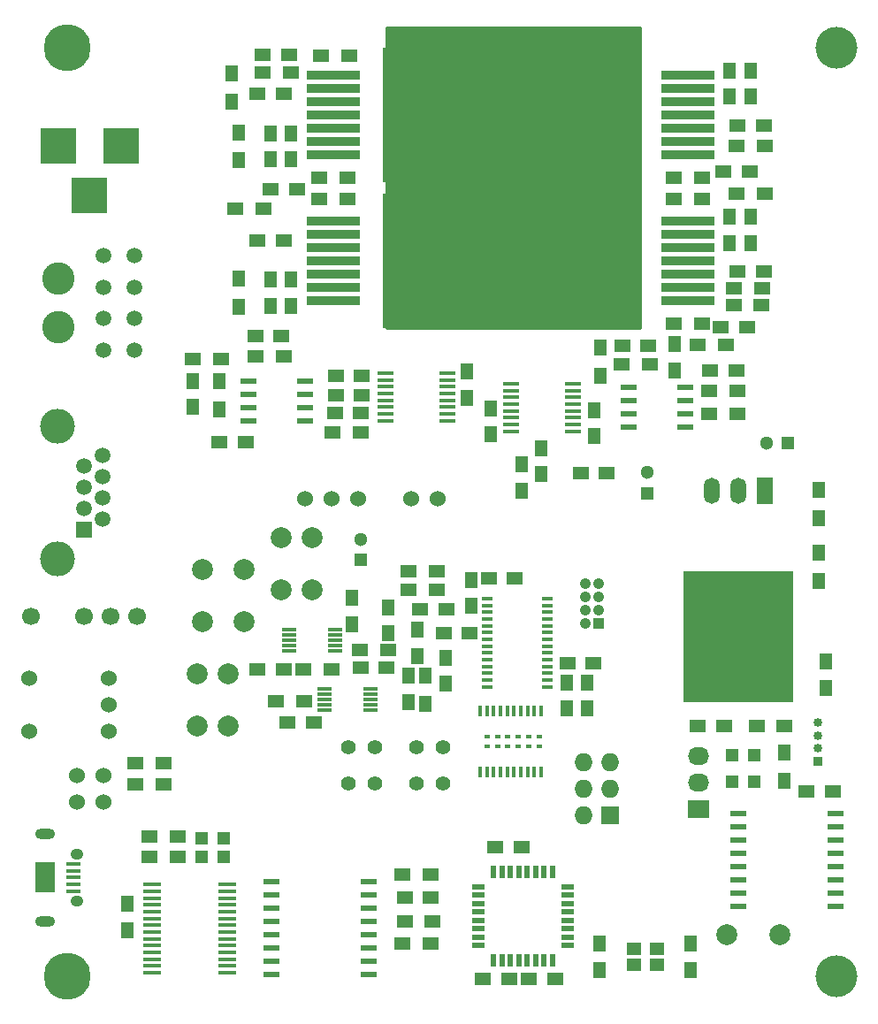
<source format=gts>
G04 #@! TF.FileFunction,Soldermask,Top*
%FSLAX46Y46*%
G04 Gerber Fmt 4.6, Leading zero omitted, Abs format (unit mm)*
G04 Created by KiCad (PCBNEW 4.0.4-stable) date 11/30/16 20:12:39*
%MOMM*%
%LPD*%
G01*
G04 APERTURE LIST*
%ADD10C,0.150000*%
%ADD11R,1.300000X1.300000*%
%ADD12C,1.300000*%
%ADD13R,1.250000X1.500000*%
%ADD14R,11.430000X12.954000*%
%ADD15R,5.080000X0.889000*%
%ADD16R,1.100000X0.400000*%
%ADD17R,1.500000X0.450000*%
%ADD18R,1.500000X1.250000*%
%ADD19R,1.500000X1.300000*%
%ADD20R,1.300000X1.500000*%
%ADD21R,1.400000X0.300000*%
%ADD22R,3.500120X3.500120*%
%ADD23C,1.524000*%
%ADD24R,1.198880X1.198880*%
%ADD25R,0.600000X1.200000*%
%ADD26R,1.200000X0.600000*%
%ADD27R,1.727200X1.727200*%
%ADD28O,1.727200X1.727200*%
%ADD29R,1.500000X0.600000*%
%ADD30R,1.750000X0.450000*%
%ADD31O,1.900000X1.000000*%
%ADD32R,1.900000X2.900000*%
%ADD33O,1.250000X1.050000*%
%ADD34R,1.350000X0.400000*%
%ADD35O,1.501140X2.499360*%
%ADD36R,1.501140X2.499360*%
%ADD37R,10.500000X12.500000*%
%ADD38C,5.080000*%
%ADD39R,0.400000X1.000000*%
%ADD40R,0.600000X0.400000*%
%ADD41R,1.550000X0.600000*%
%ADD42R,0.850000X0.850000*%
%ADD43C,0.850000*%
%ADD44R,2.032000X1.727200*%
%ADD45O,2.032000X1.727200*%
%ADD46C,1.998980*%
%ADD47C,3.100000*%
%ADD48C,1.500000*%
%ADD49C,1.400000*%
%ADD50C,4.500000*%
%ADD51C,3.330000*%
%ADD52R,1.500000X1.500000*%
%ADD53C,4.000000*%
%ADD54R,1.050000X1.050000*%
%ADD55C,1.050000*%
%ADD56R,1.400000X1.200000*%
%ADD57C,1.700000*%
%ADD58C,0.254000*%
G04 APERTURE END LIST*
D10*
D11*
X224090000Y-83230000D03*
D12*
X224090000Y-81230000D03*
D13*
X241200000Y-101850000D03*
X241200000Y-99350000D03*
D14*
X204414000Y-47000000D03*
D15*
X194000000Y-43190000D03*
X194000000Y-44460000D03*
X194000000Y-45730000D03*
X194000000Y-47000000D03*
X194000000Y-48270000D03*
X194000000Y-49540000D03*
X194000000Y-50810000D03*
D16*
X208782800Y-93311000D03*
X208782800Y-93961000D03*
X208782800Y-94611000D03*
X208782800Y-95261000D03*
X208782800Y-95911000D03*
X208782800Y-96561000D03*
X208782800Y-97211000D03*
X208782800Y-97861000D03*
X208782800Y-98511000D03*
X208782800Y-99161000D03*
X208782800Y-99811000D03*
X208782800Y-100461000D03*
X208782800Y-101111000D03*
X208782800Y-101761000D03*
X214482800Y-101761000D03*
X214482800Y-101111000D03*
X214482800Y-100461000D03*
X214482800Y-99811000D03*
X214482800Y-99161000D03*
X214482800Y-98511000D03*
X214482800Y-97861000D03*
X214482800Y-97211000D03*
X214482800Y-96561000D03*
X214482800Y-95911000D03*
X214482800Y-95261000D03*
X214482800Y-94611000D03*
X214482800Y-93961000D03*
X214482800Y-93311000D03*
D17*
X199050000Y-71725000D03*
X199050000Y-72375000D03*
X199050000Y-73025000D03*
X199050000Y-73675000D03*
X199050000Y-74325000D03*
X199050000Y-74975000D03*
X199050000Y-75625000D03*
X199050000Y-76275000D03*
X204950000Y-76275000D03*
X204950000Y-75625000D03*
X204950000Y-74975000D03*
X204950000Y-74325000D03*
X204950000Y-73675000D03*
X204950000Y-73025000D03*
X204950000Y-72375000D03*
X204950000Y-71725000D03*
D13*
X202050000Y-96300000D03*
X202050000Y-98800000D03*
D18*
X207100000Y-96600000D03*
X204600000Y-96600000D03*
X204850000Y-94300000D03*
X202350000Y-94300000D03*
D13*
X204800000Y-98950000D03*
X204800000Y-101450000D03*
D19*
X187350000Y-56000000D03*
X184650000Y-56000000D03*
D20*
X185000000Y-48650000D03*
X185000000Y-51350000D03*
X185000000Y-62650000D03*
X185000000Y-65350000D03*
D18*
X228950000Y-105500000D03*
X231450000Y-105500000D03*
D13*
X218300000Y-101350000D03*
X218300000Y-103850000D03*
D18*
X216450000Y-99500000D03*
X218950000Y-99500000D03*
D13*
X216400000Y-101350000D03*
X216400000Y-103850000D03*
D19*
X177750000Y-111100000D03*
X175050000Y-111100000D03*
X177750000Y-109100000D03*
X175050000Y-109100000D03*
D18*
X196700000Y-75500000D03*
X194200000Y-75500000D03*
D13*
X206800000Y-74050000D03*
X206800000Y-71550000D03*
D18*
X192150000Y-105200000D03*
X189650000Y-105200000D03*
D13*
X201210000Y-103178000D03*
X201210000Y-100678000D03*
D19*
X193850000Y-100100000D03*
X191150000Y-100100000D03*
X191250000Y-103100000D03*
X188550000Y-103100000D03*
D20*
X202800000Y-103350000D03*
X202800000Y-100650000D03*
D21*
X193168000Y-101944000D03*
X193168000Y-102444000D03*
X193168000Y-102944000D03*
X193168000Y-103444000D03*
X193168000Y-103944000D03*
X197568000Y-103944000D03*
X197568000Y-103444000D03*
X197568000Y-102944000D03*
X197568000Y-102444000D03*
X197568000Y-101944000D03*
D13*
X195800000Y-95750000D03*
X195800000Y-93250000D03*
D18*
X189250000Y-100100000D03*
X186750000Y-100100000D03*
D13*
X199300000Y-96650000D03*
X199300000Y-94150000D03*
D18*
X196650000Y-99900000D03*
X199150000Y-99900000D03*
D19*
X196550000Y-98200000D03*
X199250000Y-98200000D03*
D21*
X189800000Y-96300000D03*
X189800000Y-96800000D03*
X189800000Y-97300000D03*
X189800000Y-97800000D03*
X189800000Y-98300000D03*
X194200000Y-98300000D03*
X194200000Y-97800000D03*
X194200000Y-97300000D03*
X194200000Y-96800000D03*
X194200000Y-96300000D03*
D18*
X196750000Y-73800000D03*
X194250000Y-73800000D03*
X196750000Y-72000000D03*
X194250000Y-72000000D03*
D13*
X234000000Y-45250000D03*
X234000000Y-42750000D03*
X232000000Y-45250000D03*
X232000000Y-42750000D03*
X188000000Y-48750000D03*
X188000000Y-51250000D03*
X190000000Y-48750000D03*
X190000000Y-51250000D03*
D18*
X186750000Y-45000000D03*
X189250000Y-45000000D03*
X235250000Y-48000000D03*
X232750000Y-48000000D03*
D19*
X192850000Y-41300000D03*
X195550000Y-41300000D03*
X187250000Y-42900000D03*
X189950000Y-42900000D03*
X195350000Y-53000000D03*
X192650000Y-53000000D03*
X192650000Y-55000000D03*
X195350000Y-55000000D03*
D22*
X173700140Y-50000000D03*
X167700660Y-50000000D03*
X170700400Y-54699000D03*
D23*
X204000000Y-83730000D03*
X201460000Y-83730000D03*
X196380000Y-83730000D03*
X193840000Y-83730000D03*
X191300000Y-83730000D03*
X169440000Y-110280000D03*
X169440000Y-112820000D03*
X171980000Y-110280000D03*
X171980000Y-112820000D03*
D18*
X217730000Y-81320000D03*
X220230000Y-81320000D03*
X212750000Y-129700000D03*
X215250000Y-129700000D03*
X212050000Y-117100000D03*
X209550000Y-117100000D03*
X210850000Y-129700000D03*
X208350000Y-129700000D03*
X203350000Y-121900000D03*
X200850000Y-121900000D03*
D13*
X174300000Y-122550000D03*
X174300000Y-125050000D03*
D24*
X181450980Y-118000000D03*
X183549020Y-118000000D03*
X181450980Y-116250000D03*
X183549020Y-116250000D03*
D25*
X209400000Y-127950000D03*
X210200000Y-127950000D03*
X211000000Y-127950000D03*
X211800000Y-127950000D03*
X212600000Y-127950000D03*
X213400000Y-127950000D03*
X214200000Y-127950000D03*
X215000000Y-127950000D03*
D26*
X216450000Y-126500000D03*
X216450000Y-125700000D03*
X216450000Y-124900000D03*
X216450000Y-124100000D03*
X216450000Y-123300000D03*
X216450000Y-122500000D03*
X216450000Y-121700000D03*
X216450000Y-120900000D03*
D25*
X215000000Y-119450000D03*
X214200000Y-119450000D03*
X213400000Y-119450000D03*
X212600000Y-119450000D03*
X211800000Y-119450000D03*
X211000000Y-119450000D03*
X210200000Y-119450000D03*
X209400000Y-119450000D03*
D26*
X207950000Y-120900000D03*
X207950000Y-121700000D03*
X207950000Y-122500000D03*
X207950000Y-123300000D03*
X207950000Y-124100000D03*
X207950000Y-124900000D03*
X207950000Y-125700000D03*
X207950000Y-126500000D03*
D27*
X220540000Y-114040000D03*
D28*
X218000000Y-114040000D03*
X220540000Y-111500000D03*
X218000000Y-111500000D03*
X220540000Y-108960000D03*
X218000000Y-108960000D03*
D19*
X200650000Y-119700000D03*
X203350000Y-119700000D03*
X179100000Y-118000000D03*
X176400000Y-118000000D03*
X179150000Y-116100000D03*
X176450000Y-116100000D03*
X203550000Y-124200000D03*
X200850000Y-124200000D03*
X200650000Y-126300000D03*
X203350000Y-126300000D03*
D29*
X188100000Y-120410000D03*
X188100000Y-121680000D03*
X188100000Y-122950000D03*
X188100000Y-124220000D03*
X188100000Y-125490000D03*
X188100000Y-126760000D03*
X188100000Y-128030000D03*
X188100000Y-129300000D03*
X197400000Y-129300000D03*
X197400000Y-128030000D03*
X197400000Y-126760000D03*
X197400000Y-125490000D03*
X197400000Y-124220000D03*
X197400000Y-122950000D03*
X197400000Y-121680000D03*
X197400000Y-120410000D03*
D30*
X183900000Y-129125000D03*
X183900000Y-128475000D03*
X183900000Y-127825000D03*
X183900000Y-127175000D03*
X183900000Y-126525000D03*
X183900000Y-125875000D03*
X183900000Y-125225000D03*
X183900000Y-124575000D03*
X183900000Y-123925000D03*
X183900000Y-123275000D03*
X183900000Y-122625000D03*
X183900000Y-121975000D03*
X183900000Y-121325000D03*
X183900000Y-120675000D03*
X176700000Y-120675000D03*
X176700000Y-121325000D03*
X176700000Y-121975000D03*
X176700000Y-122625000D03*
X176700000Y-123275000D03*
X176700000Y-123925000D03*
X176700000Y-124575000D03*
X176700000Y-125225000D03*
X176700000Y-125875000D03*
X176700000Y-126525000D03*
X176700000Y-127175000D03*
X176700000Y-127825000D03*
X176700000Y-128475000D03*
X176700000Y-129125000D03*
D18*
X208900000Y-91400000D03*
X211400000Y-91400000D03*
D13*
X207200000Y-91500000D03*
X207200000Y-94000000D03*
D19*
X203900000Y-90700000D03*
X201200000Y-90700000D03*
X203900000Y-92500000D03*
X201200000Y-92500000D03*
D13*
X228200000Y-126350000D03*
X228200000Y-128850000D03*
X219500000Y-126350000D03*
X219500000Y-128850000D03*
D31*
X166450000Y-115825000D03*
X166450000Y-124175000D03*
D32*
X166450000Y-120000000D03*
D33*
X169450000Y-117775000D03*
X169450000Y-122225000D03*
D34*
X169125000Y-121300000D03*
X169125000Y-120650000D03*
X169125000Y-120000000D03*
X169125000Y-119350000D03*
X169125000Y-118700000D03*
D35*
X232800000Y-83000000D03*
D36*
X235340000Y-83000000D03*
D35*
X230260000Y-83000000D03*
D37*
X232800000Y-96964000D03*
D38*
X232800000Y-99750000D03*
D23*
X164880000Y-100960000D03*
X164880000Y-106040000D03*
X172500000Y-106040000D03*
X172500000Y-103500000D03*
X172500000Y-100960000D03*
D39*
X208075000Y-109900000D03*
X208725000Y-109900000D03*
X209375000Y-109900000D03*
X210025000Y-109900000D03*
X210675000Y-109900000D03*
X211325000Y-109900000D03*
X211975000Y-109900000D03*
X212625000Y-109900000D03*
X213275000Y-109900000D03*
X213925000Y-109900000D03*
X213925000Y-104100000D03*
X213275000Y-104100000D03*
X212625000Y-104100000D03*
X211975000Y-104100000D03*
X211325000Y-104100000D03*
X210675000Y-104100000D03*
X210025000Y-104100000D03*
X209375000Y-104100000D03*
X208725000Y-104100000D03*
X208075000Y-104100000D03*
D40*
X208750000Y-106550000D03*
X208750000Y-107450000D03*
X209800000Y-106550000D03*
X209800000Y-107450000D03*
X213750000Y-106550000D03*
X213750000Y-107450000D03*
X211750000Y-106550000D03*
X211750000Y-107450000D03*
X212750000Y-106550000D03*
X212750000Y-107450000D03*
X210750000Y-106550000D03*
X210750000Y-107450000D03*
D13*
X188000000Y-62750000D03*
X188000000Y-65250000D03*
X190000000Y-62750000D03*
X190000000Y-65250000D03*
D18*
X186750000Y-59000000D03*
X189250000Y-59000000D03*
D13*
X234000000Y-59250000D03*
X234000000Y-56750000D03*
X232000000Y-59250000D03*
X232000000Y-56750000D03*
D18*
X235250000Y-62000000D03*
X232750000Y-62000000D03*
D19*
X229350000Y-53000000D03*
X226650000Y-53000000D03*
X226650000Y-55000000D03*
X229350000Y-55000000D03*
X231650000Y-69000000D03*
X228950000Y-69000000D03*
X229350000Y-67000000D03*
X226650000Y-67000000D03*
X232650000Y-54500000D03*
X235350000Y-54500000D03*
X232350000Y-65200000D03*
X235050000Y-65200000D03*
X232650000Y-50000000D03*
X235350000Y-50000000D03*
X232400000Y-63600000D03*
X235100000Y-63600000D03*
D14*
X217586000Y-61000000D03*
D15*
X228000000Y-64810000D03*
X228000000Y-63540000D03*
X228000000Y-62270000D03*
X228000000Y-61000000D03*
X228000000Y-59730000D03*
X228000000Y-58460000D03*
X228000000Y-57190000D03*
D14*
X204414000Y-61000000D03*
D15*
X194000000Y-57190000D03*
X194000000Y-58460000D03*
X194000000Y-59730000D03*
X194000000Y-61000000D03*
X194000000Y-62270000D03*
X194000000Y-63540000D03*
X194000000Y-64810000D03*
D14*
X217586000Y-47000000D03*
D15*
X228000000Y-50810000D03*
X228000000Y-49540000D03*
X228000000Y-48270000D03*
X228000000Y-47000000D03*
X228000000Y-45730000D03*
X228000000Y-44460000D03*
X228000000Y-43190000D03*
D20*
X184300000Y-43050000D03*
X184300000Y-45750000D03*
D13*
X209100000Y-75100000D03*
X209100000Y-77600000D03*
X219000000Y-75250000D03*
X219000000Y-77750000D03*
X212100000Y-80450000D03*
X212100000Y-82950000D03*
X213900000Y-78900000D03*
X213900000Y-81400000D03*
D17*
X216950000Y-77275000D03*
X216950000Y-76625000D03*
X216950000Y-75975000D03*
X216950000Y-75325000D03*
X216950000Y-74675000D03*
X216950000Y-74025000D03*
X216950000Y-73375000D03*
X216950000Y-72725000D03*
X211050000Y-72725000D03*
X211050000Y-73375000D03*
X211050000Y-74025000D03*
X211050000Y-74675000D03*
X211050000Y-75325000D03*
X211050000Y-75975000D03*
X211050000Y-76625000D03*
X211050000Y-77275000D03*
D13*
X180600000Y-74950000D03*
X180600000Y-72450000D03*
D18*
X186550000Y-68200000D03*
X189050000Y-68200000D03*
X185650000Y-78300000D03*
X183150000Y-78300000D03*
X230100000Y-71500000D03*
X232600000Y-71500000D03*
X221700000Y-69100000D03*
X224200000Y-69100000D03*
D13*
X226700000Y-71450000D03*
X226700000Y-68950000D03*
D19*
X193950000Y-77400000D03*
X196650000Y-77400000D03*
X180550000Y-70400000D03*
X183250000Y-70400000D03*
D20*
X183100000Y-75150000D03*
X183100000Y-72450000D03*
D19*
X186550000Y-70100000D03*
X189250000Y-70100000D03*
D20*
X219600000Y-72000000D03*
X219600000Y-69300000D03*
D19*
X230050000Y-75600000D03*
X232750000Y-75600000D03*
X230000000Y-73400000D03*
X232700000Y-73400000D03*
X221650000Y-70900000D03*
X224350000Y-70900000D03*
D41*
X191300000Y-76305000D03*
X191300000Y-75035000D03*
X191300000Y-73765000D03*
X191300000Y-72495000D03*
X185900000Y-72495000D03*
X185900000Y-73765000D03*
X185900000Y-75035000D03*
X185900000Y-76305000D03*
X222300000Y-73095000D03*
X222300000Y-74365000D03*
X222300000Y-75635000D03*
X222300000Y-76905000D03*
X227700000Y-76905000D03*
X227700000Y-75635000D03*
X227700000Y-74365000D03*
X227700000Y-73095000D03*
D42*
X240400000Y-108900000D03*
D43*
X240400000Y-107650000D03*
X240400000Y-106400000D03*
X240400000Y-105150000D03*
D18*
X190550000Y-54100000D03*
X188050000Y-54100000D03*
X189800000Y-41200000D03*
X187300000Y-41200000D03*
X231150000Y-67300000D03*
X233650000Y-67300000D03*
X231400000Y-52400000D03*
X233900000Y-52400000D03*
D24*
X234349020Y-110800000D03*
X232250980Y-110800000D03*
X234349020Y-108300000D03*
X232250980Y-108300000D03*
D19*
X234550000Y-105500000D03*
X237250000Y-105500000D03*
D20*
X237200000Y-110750000D03*
X237200000Y-108050000D03*
D44*
X229000000Y-113500000D03*
D45*
X229000000Y-110960000D03*
X229000000Y-108420000D03*
D46*
X181000000Y-105499360D03*
X181000000Y-100498100D03*
X189000000Y-92499360D03*
X189000000Y-87498100D03*
X184000000Y-100500640D03*
X184000000Y-105501900D03*
X192000000Y-92499360D03*
X192000000Y-87498100D03*
X185500000Y-90500640D03*
X185500000Y-95501900D03*
X181500000Y-90500640D03*
X181500000Y-95501900D03*
D47*
X167680000Y-67340000D03*
D48*
X175000000Y-69500000D03*
X172000000Y-69500000D03*
X172000000Y-66500000D03*
X175000000Y-66500000D03*
X175000000Y-63500000D03*
X172000000Y-63500000D03*
X175000000Y-60500000D03*
X172000000Y-60500000D03*
D47*
X167680000Y-62660000D03*
D49*
X195500000Y-111000000D03*
X198040000Y-111000000D03*
X195500000Y-107500000D03*
X198040000Y-107500000D03*
X202000000Y-107500000D03*
X204540000Y-107500000D03*
X202000000Y-111000000D03*
X204540000Y-111000000D03*
D50*
X168570000Y-129450000D03*
X168570000Y-40550000D03*
D51*
X167600000Y-89480000D03*
X167600000Y-76780000D03*
D52*
X170140000Y-86710000D03*
D48*
X171920000Y-85690000D03*
X170140000Y-84670000D03*
X171920000Y-83650000D03*
X170140000Y-82630000D03*
X171920000Y-81610000D03*
X170140000Y-80590000D03*
X171920000Y-79570000D03*
D53*
X242240000Y-129450000D03*
X242240000Y-40550000D03*
D29*
X232850000Y-113855000D03*
X232850000Y-115125000D03*
X232850000Y-116395000D03*
X232850000Y-117665000D03*
X232850000Y-118935000D03*
X232850000Y-120205000D03*
X232850000Y-121475000D03*
X232850000Y-122745000D03*
X242150000Y-122745000D03*
X242150000Y-121475000D03*
X242150000Y-120205000D03*
X242150000Y-118935000D03*
X242150000Y-117665000D03*
X242150000Y-116395000D03*
X242150000Y-115125000D03*
X242150000Y-113855000D03*
D54*
X219400000Y-95700000D03*
D55*
X219400000Y-94430000D03*
X219400000Y-93160000D03*
X219400000Y-91890000D03*
X218130000Y-94430000D03*
X218130000Y-93160000D03*
X218130000Y-91890000D03*
X218130000Y-95700000D03*
D18*
X241850000Y-111800000D03*
X239350000Y-111800000D03*
D11*
X237550000Y-78450000D03*
D12*
X235550000Y-78450000D03*
D11*
X196700000Y-89600000D03*
D12*
X196700000Y-87600000D03*
D56*
X222800000Y-128400000D03*
X225000000Y-128400000D03*
X222800000Y-126800000D03*
X225000000Y-126800000D03*
D20*
X240500000Y-82900000D03*
X240500000Y-85600000D03*
X240500000Y-88900000D03*
X240500000Y-91600000D03*
D46*
X236749360Y-125500000D03*
X231748100Y-125500000D03*
D57*
X165100000Y-95000000D03*
X170180000Y-95000000D03*
X172720000Y-95000000D03*
X175260000Y-95000000D03*
D58*
G36*
X223373000Y-67373000D02*
X199127000Y-67373000D01*
X199127000Y-38627000D01*
X223373000Y-38627000D01*
X223373000Y-67373000D01*
X223373000Y-67373000D01*
G37*
X223373000Y-67373000D02*
X199127000Y-67373000D01*
X199127000Y-38627000D01*
X223373000Y-38627000D01*
X223373000Y-67373000D01*
M02*

</source>
